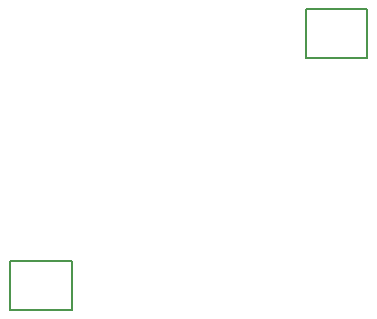
<source format=gbr>
%TF.GenerationSoftware,Altium Limited,Altium Designer,25.8.1 (18)*%
G04 Layer_Color=32768*
%FSLAX45Y45*%
%MOMM*%
%TF.SameCoordinates,5194DE87-2E3A-4D0E-B7FB-1F2D01658319*%
%TF.FilePolarity,Positive*%
%TF.FileFunction,Other,Bottom_3D_Body*%
%TF.Part,Single*%
G01*
G75*
%TA.AperFunction,NonConductor*%
%ADD27C,0.20000*%
D27*
X8820500Y7982000D02*
X9340500D01*
X8820500D02*
Y8401000D01*
X9340500D01*
Y7982000D02*
Y8401000D01*
X6318600Y6267500D02*
X6838600D01*
Y5848500D02*
Y6267500D01*
X6318600Y5848500D02*
X6838600D01*
X6318600D02*
Y6267500D01*
%TF.MD5,27a18693d53c1f8696e93fc30a7ecb3c*%
M02*

</source>
